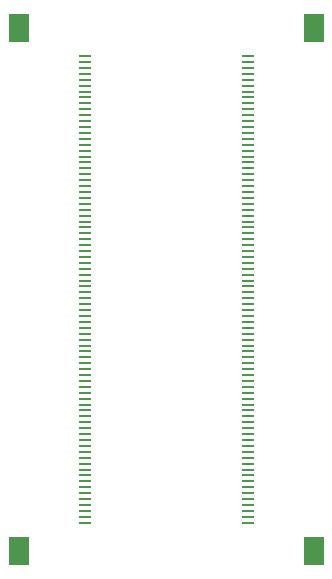
<source format=gtp>
G04*
G04 #@! TF.GenerationSoftware,Altium Limited,Altium Designer,22.3.1 (43)*
G04*
G04 Layer_Color=8421504*
%FSLAX25Y25*%
%MOIN*%
G70*
G04*
G04 #@! TF.SameCoordinates,21BFAABA-1E65-46C2-AEEB-196FA7B9FE0E*
G04*
G04*
G04 #@! TF.FilePolarity,Positive*
G04*
G01*
G75*
%ADD14R,0.03937X0.00984*%
%ADD15R,0.03937X0.00984*%
%ADD16R,0.03937X0.00984*%
%ADD17R,0.03937X0.00984*%
%ADD18R,0.07087X0.09252*%
D14*
X184179Y197856D02*
D03*
Y195887D02*
D03*
Y193919D02*
D03*
Y191951D02*
D03*
Y189982D02*
D03*
Y188013D02*
D03*
Y186045D02*
D03*
Y184076D02*
D03*
Y182108D02*
D03*
Y180140D02*
D03*
Y178171D02*
D03*
Y176202D02*
D03*
Y174234D02*
D03*
Y172266D02*
D03*
Y170297D02*
D03*
Y166360D02*
D03*
Y164391D02*
D03*
Y162423D02*
D03*
Y158486D02*
D03*
Y156517D02*
D03*
Y154549D02*
D03*
Y152580D02*
D03*
Y150612D02*
D03*
Y148643D02*
D03*
Y146675D02*
D03*
Y144706D02*
D03*
Y142738D02*
D03*
Y140769D02*
D03*
Y138801D02*
D03*
Y136832D02*
D03*
Y134864D02*
D03*
Y132895D02*
D03*
Y130927D02*
D03*
Y128958D02*
D03*
Y126990D02*
D03*
Y125021D02*
D03*
Y123053D02*
D03*
Y121084D02*
D03*
Y117147D02*
D03*
Y115179D02*
D03*
Y113210D02*
D03*
Y111242D02*
D03*
Y109273D02*
D03*
Y107305D02*
D03*
Y105336D02*
D03*
Y103368D02*
D03*
Y101399D02*
D03*
Y99431D02*
D03*
Y97462D02*
D03*
Y95494D02*
D03*
Y93525D02*
D03*
Y91557D02*
D03*
Y89588D02*
D03*
Y87620D02*
D03*
Y85651D02*
D03*
Y83683D02*
D03*
Y81714D02*
D03*
Y79746D02*
D03*
Y77777D02*
D03*
Y75809D02*
D03*
Y73840D02*
D03*
Y71872D02*
D03*
Y69903D02*
D03*
Y67935D02*
D03*
Y63998D02*
D03*
Y62029D02*
D03*
Y60061D02*
D03*
Y58092D02*
D03*
Y56124D02*
D03*
Y54155D02*
D03*
Y52187D02*
D03*
Y50218D02*
D03*
Y48250D02*
D03*
Y46281D02*
D03*
Y44313D02*
D03*
Y42344D02*
D03*
D15*
Y168328D02*
D03*
Y160454D02*
D03*
Y119116D02*
D03*
Y65966D02*
D03*
D16*
X238520Y42344D02*
D03*
Y44313D02*
D03*
Y46281D02*
D03*
Y48250D02*
D03*
Y50218D02*
D03*
Y52187D02*
D03*
Y54155D02*
D03*
Y56124D02*
D03*
Y58092D02*
D03*
Y60061D02*
D03*
Y63998D02*
D03*
Y65966D02*
D03*
Y67935D02*
D03*
Y71872D02*
D03*
Y73840D02*
D03*
Y75809D02*
D03*
Y77777D02*
D03*
Y79746D02*
D03*
Y81714D02*
D03*
Y83683D02*
D03*
Y85651D02*
D03*
Y87620D02*
D03*
Y89588D02*
D03*
Y91557D02*
D03*
Y93525D02*
D03*
Y95494D02*
D03*
Y97462D02*
D03*
Y99431D02*
D03*
Y101399D02*
D03*
Y103368D02*
D03*
Y105336D02*
D03*
Y107305D02*
D03*
Y109273D02*
D03*
Y113210D02*
D03*
Y115179D02*
D03*
Y117147D02*
D03*
Y119116D02*
D03*
Y121084D02*
D03*
Y123053D02*
D03*
Y125021D02*
D03*
Y126990D02*
D03*
Y128958D02*
D03*
Y130927D02*
D03*
Y132895D02*
D03*
Y134864D02*
D03*
Y136832D02*
D03*
Y138801D02*
D03*
Y140769D02*
D03*
Y142738D02*
D03*
Y144706D02*
D03*
Y146675D02*
D03*
Y148643D02*
D03*
Y150612D02*
D03*
Y152580D02*
D03*
Y154549D02*
D03*
Y156517D02*
D03*
Y158486D02*
D03*
Y160454D02*
D03*
Y162423D02*
D03*
Y166360D02*
D03*
Y168328D02*
D03*
Y170297D02*
D03*
Y172266D02*
D03*
Y174234D02*
D03*
Y176202D02*
D03*
Y178171D02*
D03*
Y180140D02*
D03*
Y182108D02*
D03*
Y184076D02*
D03*
Y186045D02*
D03*
Y188013D02*
D03*
Y189982D02*
D03*
Y191951D02*
D03*
Y193919D02*
D03*
Y195887D02*
D03*
Y197856D02*
D03*
D17*
Y62029D02*
D03*
Y69903D02*
D03*
Y111242D02*
D03*
Y164391D02*
D03*
D18*
X162132Y207403D02*
D03*
Y32797D02*
D03*
X260568D02*
D03*
Y207403D02*
D03*
M02*

</source>
